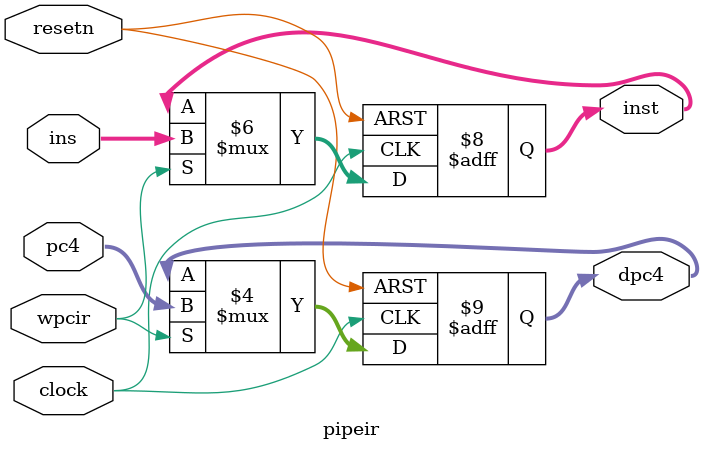
<source format=v>
module pipeir (pc4,ins,wpcir,clock,resetn,dpc4,inst);	// IF/ID 流水线寄存器

	input 			clock, wpcir, resetn;
	input [31:0] 	pc4, ins;
	
	output [31:0]	inst, dpc4;

	
	wire [31:0]		pc4, ins;
	wire     		clock,resetn,wpcir;
	
	reg [31:0] 		inst, dpc4;
	
   always @ (negedge resetn or posedge clock)
      if ( resetn == 0) 
			begin
				inst[31:0] <= 32'b0;
				dpc4[31:0] <= 32'b0;
			end 
		else
			begin
				if (wpcir == 1) begin
					inst[31:0] <= ins[31:0];
					dpc4[31:0] <= pc4[31:0];
					end
			end
			
endmodule

</source>
